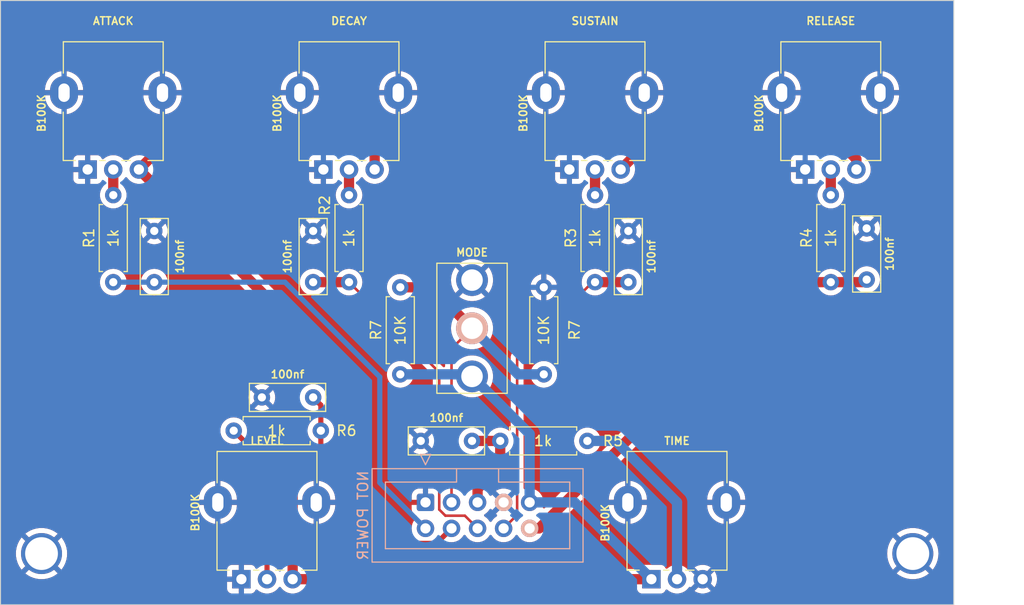
<source format=kicad_pcb>
(kicad_pcb (version 20221018) (generator pcbnew)
  (layers (0 "F.Cu" signal) (31 "B.Cu" signal) (34 "B.Paste" user) (35 "F.Paste" user) (36 "B.SilkS" user "B.Silkscreen") (37 "F.SilkS" user "F.Silkscreen") (38 "B.Mask" user) (39 "F.Mask" user) (44 "Edge.Cuts" user))
  (net 0 "")
  (net 1 "ATK")
  (net 2 "LVL")
  (net 3 "DEC")
  (net 4 "SUS")
  (net 5 "REL")
  (net 6 "GND")
  (net 7 "MODE")
  (net 8 "TIME")
  (net 9 "5V")
  (net 10 "APOT")
  (net 11 "DPOT")
  (net 12 "SPOT")
  (net 13 "RPOT")
  (net 14 "TEAPOT")
  (net 15 "LPOT")
  (footprint "ao_tht:SPDT-toggle-switch-1M-series" (layer "F.Cu") (at 125 55)
    (fp_text reference "MODE" (at 0 -7.4) (layer "F.SilkS") (effects (font (size 0.75 0.75))))
    (fp_text value "SPDT ON-OFF-ON")
    (fp_line (start -3.43 -6.35) (end 3.42 -6.35) (stroke (width 0.12)) (layer "F.SilkS"))
    (fp_line (start -3.43 6.34) (end -3.43 -6.35) (stroke (width 0.12)) (layer "F.SilkS"))
    (fp_line (start 3.42 -6.35) (end 3.42 -6.34) (stroke (width 0.12)) (layer "F.SilkS"))
    (fp_line (start 3.43 -6.35) (end 3.43 6.35) (stroke (width 0.12)) (layer "F.SilkS"))
    (fp_line (start 3.43 6.35) (end -3.43 6.35) (stroke (width 0.12)) (layer "F.SilkS"))
    (pad "1" thru_hole circle (at 0 4.7) (size 3.1 3.1) (drill 2.1) (layers "*.Cu" "*.Mask" "Eco1.User") (net 9 "5V"))
    (pad "2" thru_hole circle (at 0 0) (size 3.1 3.1) (drill 2.1) (layers "*.Cu" "*.Mask" "B.SilkS") (net 7 "MODE"))
    (pad "3" thru_hole circle (at 0 -4.7) (size 3.1 3.1) (drill 2.1) (layers "*.Cu" "*.Mask" "F.Adhes") (net 6 "GND"))
  )
  (footprint "Kosmo_panel:R" (layer "F.Cu") (at 160 50 90)
    (fp_text reference "R4" (at 3.81 -2.37 90) (layer "F.SilkS"))
    (fp_text value "1k" (at 3.81 0 90) (layer "F.SilkS"))
    (fp_line (start 0.54 -1.37) (end 7.08 -1.37) (stroke (width 0.12)) (layer "F.SilkS"))
    (fp_line (start 0.54 -1.04) (end 0.54 -1.37) (stroke (width 0.12)) (layer "F.SilkS"))
    (fp_line (start 0.54 1.04) (end 0.54 1.37) (stroke (width 0.12)) (layer "F.SilkS"))
    (fp_line (start 0.54 1.37) (end 7.08 1.37) (stroke (width 0.12)) (layer "F.SilkS"))
    (fp_line (start 7.08 -1.37) (end 7.08 -1.04) (stroke (width 0.12)) (layer "F.SilkS"))
    (fp_line (start 7.08 1.37) (end 7.08 1.04) (stroke (width 0.12)) (layer "F.SilkS"))
    (pad "1" thru_hole circle (at -0.5 0 90) (size 1.6 1.6) (drill 0.8) (layers "*.Cu" "*.Mask") (net 5 "REL"))
    (pad "2" thru_hole oval (at 8 0 90) (size 1.6 1.6) (drill 0.8) (layers "*.Cu" "*.Mask") (net 13 "RPOT"))
  )
  (footprint "ao_tht:C_Rect_L7.2mm_W2.5mm_P5.00mm_FKS2_FKP2_MKS2_MKP2" (layer "F.Cu") (at 125 66 180)
    (fp_text reference "100nf" (at 2.5 2.25) (layer "F.SilkS") (effects (font (size 0.75 0.75))))
    (fp_text value "C_Rect_L7.2mm_W2.5mm_P5.00mm_FKS2_FKP2_MKS2_MKP2" hide)
    (fp_line (start -1.22 -1.37) (end -1.22 1.37) (stroke (width 0.12)) (layer "F.SilkS"))
    (fp_line (start -1.22 -1.37) (end 6.22 -1.37) (stroke (width 0.12)) (layer "F.SilkS"))
    (fp_line (start -1.22 1.37) (end 6.22 1.37) (stroke (width 0.12)) (layer "F.SilkS"))
    (fp_line (start 6.22 -1.37) (end 6.22 1.37) (stroke (width 0.12)) (layer "F.SilkS"))
    (pad "1" thru_hole circle (at 0 0 180) (size 1.6 1.6) (drill 0.8) (layers "*.Cu" "*.Mask") (net 8 "TIME"))
    (pad "2" thru_hole circle (at 5 0 180) (size 1.6 1.6) (drill 0.8) (layers "*.Cu" "*.Mask") (net 6 "GND"))
  )
  (footprint "KOSMO:Kosmo_Panel_Mounting_Hole" (layer "F.Cu") (at 168 77)
    (fp_text reference "REF**" hide)
    (fp_text value "Kosmo_Panel_Mounting_Hole")
    (pad "1" thru_hole circle (at 0 0) (size 4 4) (drill 3.2) (layers "*.Cu" "*.Mask") (net 6 "GND"))
  )
  (footprint "Kosmo_panel:R" (layer "F.Cu") (at 135.75 66 180)
    (fp_text reference "R5" (at -3 0) (layer "F.SilkS"))
    (fp_text value "1k" (at 3.81 0) (layer "F.SilkS"))
    (fp_line (start 0.54 -1.37) (end 7.08 -1.37) (stroke (width 0.12)) (layer "F.SilkS"))
    (fp_line (start 0.54 -1.04) (end 0.54 -1.37) (stroke (width 0.12)) (layer "F.SilkS"))
    (fp_line (start 0.54 1.04) (end 0.54 1.37) (stroke (width 0.12)) (layer "F.SilkS"))
    (fp_line (start 0.54 1.37) (end 7.08 1.37) (stroke (width 0.12)) (layer "F.SilkS"))
    (fp_line (start 7.08 -1.37) (end 7.08 -1.04) (stroke (width 0.12)) (layer "F.SilkS"))
    (fp_line (start 7.08 1.37) (end 7.08 1.04) (stroke (width 0.12)) (layer "F.SilkS"))
    (pad "1" thru_hole circle (at -0.5 0 180) (size 1.6 1.6) (drill 0.8) (layers "*.Cu" "*.Mask") (net 14 "TEAPOT"))
    (pad "2" thru_hole oval (at 8 0 180) (size 1.6 1.6) (drill 0.8) (layers "*.Cu" "*.Mask") (net 8 "TIME"))
  )
  (footprint "Kosmo_panel:R" (layer "F.Cu") (at 132 59 90)
    (fp_text reference "R7" (at 3.81 3 90) (layer "F.SilkS"))
    (fp_text value "10K" (at 3.81 0 90) (layer "F.SilkS"))
    (fp_line (start 0.54 -1.37) (end 7.08 -1.37) (stroke (width 0.12)) (layer "F.SilkS"))
    (fp_line (start 0.54 -1.04) (end 0.54 -1.37) (stroke (width 0.12)) (layer "F.SilkS"))
    (fp_line (start 0.54 1.04) (end 0.54 1.37) (stroke (width 0.12)) (layer "F.SilkS"))
    (fp_line (start 0.54 1.37) (end 7.08 1.37) (stroke (width 0.12)) (layer "F.SilkS"))
    (fp_line (start 7.08 -1.37) (end 7.08 -1.04) (stroke (width 0.12)) (layer "F.SilkS"))
    (fp_line (start 7.08 1.37) (end 7.08 1.04) (stroke (width 0.12)) (layer "F.SilkS"))
    (pad "1" thru_hole circle (at -0.5 0 90) (size 1.6 1.6) (drill 0.8) (layers "*.Cu" "*.Mask") (net 7 "MODE"))
    (pad "2" thru_hole oval (at 8 0 90) (size 1.6 1.6) (drill 0.8) (layers "*.Cu" "*.Mask") (net 6 "GND"))
  )
  (footprint "ao_tht:Potentiometer_Alpha_RD901F-40-00D_Single_Vertical_centered" (layer "F.Cu") (at 145 72 90)
    (fp_text reference "B100K" (at -2 -7 90) (layer "F.SilkS") (effects (font (size 0.75 0.75))))
    (fp_text value "Potentiometer_Alpha_RD901F-40-00D_Single_Vertical_centered" hide)
    (fp_text user "TIME" (at 6 0 180) (layer "F.SilkS") (effects (font (size 0.75 0.75))))
    (fp_line (start -6.62 -4.88) (end -1.9 -4.88) (stroke (width 0.12)) (layer "F.SilkS"))
    (fp_line (start -6.62 -3.69) (end -6.62 -4.87) (stroke (width 0.12)) (layer "F.SilkS"))
    (fp_line (start -6.62 -0.79) (end -6.62 -1.32) (stroke (width 0.12)) (layer "F.SilkS"))
    (fp_line (start -6.62 1.66) (end -6.62 0.83) (stroke (width 0.12)) (layer "F.SilkS"))
    (fp_line (start -6.62 4.87) (end -6.62 3.38) (stroke (width 0.12)) (layer "F.SilkS"))
    (fp_line (start -6.62 4.87) (end -1.9 4.87) (stroke (width 0.12)) (layer "F.SilkS"))
    (fp_line (start 1.91 -4.87) (end 4.97 -4.87) (stroke (width 0.12)) (layer "F.SilkS"))
    (fp_line (start 1.91 4.87) (end 4.97 4.87) (stroke (width 0.12)) (layer "F.SilkS"))
    (fp_line (start 4.97 4.87) (end 4.97 -4.87) (stroke (width 0.12)) (layer "F.SilkS"))
    (pad "" thru_hole oval (at 0 -4.8 180) (size 2.72 3.24) (drill oval 1.1 1.8) (layers "*.Cu" "*.Mask") (net 6 "GND"))
    (pad "" thru_hole oval (at 0 4.8 180) (size 2.72 3.24) (drill oval 1.1 1.8) (layers "*.Cu" "*.Mask") (net 6 "GND"))
    (pad "1" thru_hole rect (at -7.5 -2.5 180) (size 1.8 1.8) (drill 1) (layers "*.Cu" "*.Mask") (net 9 "5V"))
    (pad "2" thru_hole circle (at -7.5 0 180) (size 1.8 1.8) (drill 1) (layers "*.Cu" "*.Mask") (net 14 "TEAPOT"))
    (pad "3" thru_hole circle (at -7.5 2.5 180) (size 1.8 1.8) (drill 1) (layers "*.Cu" "*.Mask") (net 6 "GND"))
  )
  (footprint "Kosmo_panel:R" (layer "F.Cu") (at 113 50 90)
    (fp_text reference "R2" (at 7 -2.37 90) (layer "F.SilkS"))
    (fp_text value "1k" (at 3.81 0 90) (layer "F.SilkS"))
    (fp_line (start 0.54 -1.37) (end 7.08 -1.37) (stroke (width 0.12)) (layer "F.SilkS"))
    (fp_line (start 0.54 -1.04) (end 0.54 -1.37) (stroke (width 0.12)) (layer "F.SilkS"))
    (fp_line (start 0.54 1.04) (end 0.54 1.37) (stroke (width 0.12)) (layer "F.SilkS"))
    (fp_line (start 0.54 1.37) (end 7.08 1.37) (stroke (width 0.12)) (layer "F.SilkS"))
    (fp_line (start 7.08 -1.37) (end 7.08 -1.04) (stroke (width 0.12)) (layer "F.SilkS"))
    (fp_line (start 7.08 1.37) (end 7.08 1.04) (stroke (width 0.12)) (layer "F.SilkS"))
    (pad "1" thru_hole circle (at -0.5 0 90) (size 1.6 1.6) (drill 0.8) (layers "*.Cu" "*.Mask") (net 3 "DEC"))
    (pad "2" thru_hole oval (at 8 0 90) (size 1.6 1.6) (drill 0.8) (layers "*.Cu" "*.Mask") (net 11 "DPOT"))
  )
  (footprint "Kosmo_panel:R" (layer "F.Cu") (at 118 59 90)
    (fp_text reference "R7" (at 3.81 -2.37 90) (layer "F.SilkS"))
    (fp_text value "10K" (at 3.81 0 90) (layer "F.SilkS"))
    (fp_line (start 0.54 -1.37) (end 7.08 -1.37) (stroke (width 0.12)) (layer "F.SilkS"))
    (fp_line (start 0.54 -1.04) (end 0.54 -1.37) (stroke (width 0.12)) (layer "F.SilkS"))
    (fp_line (start 0.54 1.04) (end 0.54 1.37) (stroke (width 0.12)) (layer "F.SilkS"))
    (fp_line (start 0.54 1.37) (end 7.08 1.37) (stroke (width 0.12)) (layer "F.SilkS"))
    (fp_line (start 7.08 -1.37) (end 7.08 -1.04) (stroke (width 0.12)) (layer "F.SilkS"))
    (fp_line (start 7.08 1.37) (end 7.08 1.04) (stroke (width 0.12)) (layer "F.SilkS"))
    (pad "1" thru_hole circle (at -0.5 0 90) (size 1.6 1.6) (drill 0.8) (layers "*.Cu" "*.Mask") (net 9 "5V"))
    (pad "2" thru_hole oval (at 8 0 90) (size 1.6 1.6) (drill 0.8) (layers "*.Cu" "*.Mask") (net 7 "MODE"))
  )
  (footprint "ao_tht:Potentiometer_Alpha_RD901F-40-00D_Single_Vertical_centered" (layer "F.Cu") (at 160 32 90)
    (fp_text reference "B100K" (at -2 -7 90) (layer "F.SilkS") (effects (font (size 0.75 0.75))))
    (fp_text value "Potentiometer_Alpha_RD901F-40-00D_Single_Vertical_centered" hide)
    (fp_text user "RELEASE" (at 7 0 180) (layer "F.SilkS") (effects (font (size 0.75 0.75))))
    (fp_line (start -6.62 -4.88) (end -1.9 -4.88) (stroke (width 0.12)) (layer "F.SilkS"))
    (fp_line (start -6.62 -3.69) (end -6.62 -4.87) (stroke (width 0.12)) (layer "F.SilkS"))
    (fp_line (start -6.62 -0.79) (end -6.62 -1.32) (stroke (width 0.12)) (layer "F.SilkS"))
    (fp_line (start -6.62 1.66) (end -6.62 0.83) (stroke (width 0.12)) (layer "F.SilkS"))
    (fp_line (start -6.62 4.87) (end -6.62 3.38) (stroke (width 0.12)) (layer "F.SilkS"))
    (fp_line (start -6.62 4.87) (end -1.9 4.87) (stroke (width 0.12)) (layer "F.SilkS"))
    (fp_line (start 1.91 -4.87) (end 4.97 -4.87) (stroke (width 0.12)) (layer "F.SilkS"))
    (fp_line (start 1.91 4.87) (end 4.97 4.87) (stroke (width 0.12)) (layer "F.SilkS"))
    (fp_line (start 4.97 4.87) (end 4.97 -4.87) (stroke (width 0.12)) (layer "F.SilkS"))
    (pad "" thru_hole oval (at 0 -4.8 180) (size 2.72 3.24) (drill oval 1.1 1.8) (layers "*.Cu" "*.Mask") (net 6 "GND"))
    (pad "" thru_hole oval (at 0 4.8 180) (size 2.72 3.24) (drill oval 1.1 1.8) (layers "*.Cu" "*.Mask" "B.Adhes") (net 6 "GND"))
    (pad "1" thru_hole rect (at -7.5 -2.5 180) (size 1.8 1.8) (drill 1) (layers "*.Cu" "*.Mask") (net 6 "GND"))
    (pad "2" thru_hole circle (at -7.5 0 180) (size 1.8 1.8) (drill 1) (layers "*.Cu" "*.Mask") (net 13 "RPOT"))
    (pad "3" thru_hole circle (at -7.5 2.5 180) (size 1.8 1.8) (drill 1) (layers "*.Cu" "*.Mask") (net 9 "5V"))
  )
  (footprint "ao_tht:C_Rect_L7.2mm_W2.5mm_P5.00mm_FKS2_FKP2_MKS2_MKP2" (layer "F.Cu") (at 109.5 61.75 180)
    (fp_text reference "100nf" (at 2.5 2.25) (layer "F.SilkS") (effects (font (size 0.75 0.75))))
    (fp_text value "C_Rect_L7.2mm_W2.5mm_P5.00mm_FKS2_FKP2_MKS2_MKP2" hide)
    (fp_line (start -1.22 -1.37) (end -1.22 1.37) (stroke (width 0.12)) (layer "F.SilkS"))
    (fp_line (start -1.22 -1.37) (end 6.22 -1.37) (stroke (width 0.12)) (layer "F.SilkS"))
    (fp_line (start -1.22 1.37) (end 6.22 1.37) (stroke (width 0.12)) (layer "F.SilkS"))
    (fp_line (start 6.22 -1.37) (end 6.22 1.37) (stroke (width 0.12)) (layer "F.SilkS"))
    (pad "1" thru_hole circle (at 0 0 180) (size 1.6 1.6) (drill 0.8) (layers "*.Cu" "*.Mask") (net 2 "LVL"))
    (pad "2" thru_hole circle (at 5 0 180) (size 1.6 1.6) (drill 0.8) (layers "*.Cu" "*.Mask") (net 6 "GND"))
  )
  (footprint "ao_tht:Potentiometer_Alpha_RD901F-40-00D_Single_Vertical_centered" (layer "F.Cu") (at 105 72 90)
    (fp_text reference "B100K" (at -1 -7 270) (layer "F.SilkS") (effects (font (size 0.75 0.75))))
    (fp_text value "Potentiometer_Alpha_RD901F-40-00D_Single_Vertical_centered" hide)
    (fp_text user "LEVEL" (at 6 0 180) (layer "F.SilkS") (effects (font (size 0.75 0.75))))
    (fp_line (start -6.62 -4.88) (end -1.9 -4.88) (stroke (width 0.12)) (layer "F.SilkS"))
    (fp_line (start -6.62 -3.69) (end -6.62 -4.87) (stroke (width 0.12)) (layer "F.SilkS"))
    (fp_line (start -6.62 -0.79) (end -6.62 -1.32) (stroke (width 0.12)) (layer "F.SilkS"))
    (fp_line (start -6.62 1.66) (end -6.62 0.83) (stroke (width 0.12)) (layer "F.SilkS"))
    (fp_line (start -6.62 4.87) (end -6.62 3.38) (stroke (width 0.12)) (layer "F.SilkS"))
    (fp_line (start -6.62 4.87) (end -1.9 4.87) (stroke (width 0.12)) (layer "F.SilkS"))
    (fp_line (start 1.91 -4.87) (end 4.97 -4.87) (stroke (width 0.12)) (layer "F.SilkS"))
    (fp_line (start 1.91 4.87) (end 4.97 4.87) (stroke (width 0.12)) (layer "F.SilkS"))
    (fp_line (start 4.97 4.87) (end 4.97 -4.87) (stroke (width 0.12)) (layer "F.SilkS"))
    (pad "" thru_hole oval (at 0 -4.8 180) (size 2.72 3.24) (drill oval 1.1 1.8) (layers "*.Cu" "*.Mask") (net 6 "GND"))
    (pad "" thru_hole oval (at 0 4.8 180) (size 2.72 3.24) (drill oval 1.1 1.8) (layers "*.Cu" "*.Mask") (net 6 "GND"))
    (pad "1" thru_hole rect (at -7.5 -2.5 180) (size 1.8 1.8) (drill 1) (layers "*.Cu" "*.Mask") (net 6 "GND"))
    (pad "2" thru_hole circle (at -7.5 0 180) (size 1.8 1.8) (drill 1) (layers "*.Cu" "*.Mask") (net 15 "LPOT"))
    (pad "3" thru_hole circle (at -7.5 2.5 180) (size 1.8 1.8) (drill 1) (layers "*.Cu" "*.Mask") (net 9 "5V"))
  )
  (footprint "ao_tht:Potentiometer_Alpha_RD901F-40-00D_Single_Vertical_centered" (layer "F.Cu") (at 137 32 90)
    (fp_text reference "B100K" (at -2 -7 90) (layer "F.SilkS") (effects (font (size 0.75 0.75))))
    (fp_text value "Potentiometer_Alpha_RD901F-40-00D_Single_Vertical_centered" hide)
    (fp_text user "SUSTAIN" (at 7 0 180) (layer "F.SilkS") (effects (font (size 0.75 0.75))))
    (fp_line (start -6.62 -4.88) (end -1.9 -4.88) (stroke (width 0.12)) (layer "F.SilkS"))
    (fp_line (start -6.62 -3.69) (end -6.62 -4.87) (stroke (width 0.12)) (layer "F.SilkS"))
    (fp_line (start -6.62 -0.79) (end -6.62 -1.32) (stroke (width 0.12)) (layer "F.SilkS"))
    (fp_line (start -6.62 1.66) (end -6.62 0.83) (stroke (width 0.12)) (layer "F.SilkS"))
    (fp_line (start -6.62 4.87) (end -6.62 3.38) (stroke (width 0.12)) (layer "F.SilkS"))
    (fp_line (start -6.62 4.87) (end -1.9 4.87) (stroke (width 0.12)) (layer "F.SilkS"))
    (fp_line (start 1.91 -4.87) (end 4.97 -4.87) (stroke (width 0.12)) (layer "F.SilkS"))
    (fp_line (start 1.91 4.87) (end 4.97 4.87) (stroke (width 0.12)) (layer "F.SilkS"))
    (fp_line (start 4.97 4.87) (end 4.97 -4.87) (stroke (width 0.12)) (layer "F.SilkS"))
    (pad "" thru_hole oval (at 0 -4.8 180) (size 2.72 3.24) (drill oval 1.1 1.8) (layers "*.Cu" "*.Mask") (net 6 "GND"))
    (pad "" thru_hole oval (at 0 4.8 180) (size 2.72 3.24) (drill oval 1.1 1.8) (layers "*.Cu" "*.Mask") (net 6 "GND"))
    (pad "1" thru_hole rect (at -7.5 -2.5 180) (size 1.8 1.8) (drill 1) (layers "*.Cu" "*.Mask") (net 6 "GND"))
    (pad "2" thru_hole circle (at -7.5 0 180) (size 1.8 1.8) (drill 1) (layers "*.Cu" "*.Mask") (net 12 "SPOT"))
    (pad "3" thru_hole circle (at -7.5 2.5 180) (size 1.8 1.8) (drill 1) (layers "*.Cu" "*.Mask") (net 9 "5V"))
  )
  (footprint "ao_tht:C_Rect_L7.2mm_W2.5mm_P5.00mm_FKS2_FKP2_MKS2_MKP2" (layer "F.Cu") (at 163.5 50.25 90)
    (fp_text reference "100nf" (at 2.5 2.25 90) (layer "F.SilkS") (effects (font (size 0.75 0.75))))
    (fp_text value "C_Rect_L7.2mm_W2.5mm_P5.00mm_FKS2_FKP2_MKS2_MKP2" hide)
    (fp_line (start -1.22 -1.37) (end -1.22 1.37) (stroke (width 0.12)) (layer "F.SilkS"))
    (fp_line (start -1.22 -1.37) (end 6.22 -1.37) (stroke (width 0.12)) (layer "F.SilkS"))
    (fp_line (start -1.22 1.37) (end 6.22 1.37) (stroke (width 0.12)) (layer "F.SilkS"))
    (fp_line (start 6.22 -1.37) (end 6.22 1.37) (stroke (width 0.12)) (layer "F.SilkS"))
    (pad "1" thru_hole circle (at 0 0 90) (size 1.6 1.6) (drill 0.8) (layers "*.Cu" "*.Mask") (net 5 "REL"))
    (pad "2" thru_hole circle (at 5 0 90) (size 1.6 1.6) (drill 0.8) (layers "*.Cu" "*.Mask") (net 6 "GND"))
  )
  (footprint "ao_tht:C_Rect_L7.2mm_W2.5mm_P5.00mm_FKS2_FKP2_MKS2_MKP2" (layer "F.Cu") (at 140.25 50.5 90)
    (fp_text reference "100nf" (at 2.5 2.25 90) (layer "F.SilkS") (effects (font (size 0.75 0.75))))
    (fp_text value "C_Rect_L7.2mm_W2.5mm_P5.00mm_FKS2_FKP2_MKS2_MKP2" hide)
    (fp_line (start -1.22 -1.37) (end -1.22 1.37) (stroke (width 0.12)) (layer "F.SilkS"))
    (fp_line (start -1.22 -1.37) (end 6.22 -1.37) (stroke (width 0.12)) (layer "F.SilkS"))
    (fp_line (start -1.22 1.37) (end 6.22 1.37) (stroke (width 0.12)) (layer "F.SilkS"))
    (fp_line (start 6.22 -1.37) (end 6.22 1.37) (stroke (width 0.12)) (layer "F.SilkS"))
    (pad "1" thru_hole circle (at 0 0 90) (size 1.6 1.6) (drill 0.8) (layers "*.Cu" "*.Mask") (net 4 "SUS"))
    (pad "2" thru_hole circle (at 5 0 90) (size 1.6 1.6) (drill 0.8) (layers "*.Cu" "*.Mask") (net 6 "GND"))
  )
  (footprint "ao_tht:C_Rect_L7.2mm_W2.5mm_P5.00mm_FKS2_FKP2_MKS2_MKP2" (layer "F.Cu") (at 94 50.5 90)
    (fp_text reference "100nf" (at 2.5 2.5 90) (layer "F.SilkS") (effects (font (size 0.75 0.75))))
    (fp_text value "C_Rect_L7.2mm_W2.5mm_P5.00mm_FKS2_FKP2_MKS2_MKP2" hide)
    (fp_line (start -1.22 -1.37) (end -1.22 1.37) (stroke (width 0.12)) (layer "F.SilkS"))
    (fp_line (start -1.22 -1.37) (end 6.22 -1.37) (stroke (width 0.12)) (layer "F.SilkS"))
    (fp_line (start -1.22 1.37) (end 6.22 1.37) (stroke (width 0.12)) (layer "F.SilkS"))
    (fp_line (start 6.22 -1.37) (end 6.22 1.37) (stroke (width 0.12)) (layer "F.SilkS"))
    (pad "1" thru_hole circle (at 0 0 90) (size 1.6 1.6) (drill 0.8) (layers "*.Cu" "*.Mask") (net 1 "ATK"))
    (pad "2" thru_hole circle (at 5 0 90) (size 1.6 1.6) (drill 0.8) (layers "*.Cu" "*.Mask") (net 6 "GND"))
  )
  (footprint "Kosmo_panel:R" (layer "F.Cu") (at 90 50 90)
    (fp_text reference "R1" (at 3.81 -2.37 90) (layer "F.SilkS"))
    (fp_text value "1k" (at 3.81 0 90) (layer "F.SilkS"))
    (fp_line (start 0.54 -1.37) (end 7.08 -1.37) (stroke (width 0.12)) (layer "F.SilkS"))
    (fp_line (start 0.54 -1.04) (end 0.54 -1.37) (stroke (width 0.12)) (layer "F.SilkS"))
    (fp_line (start 0.54 1.04) (end 0.54 1.37) (stroke (width 0.12)) (layer "F.SilkS"))
    (fp_line (start 0.54 1.37) (end 7.08 1.37) (stroke (width 0.12)) (layer "F.SilkS"))
    (fp_line (start 7.08 -1.37) (end 7.08 -1.04) (stroke (width 0.12)) (layer "F.SilkS"))
    (fp_line (start 7.08 1.37) (end 7.08 1.04) (stroke (width 0.12)) (layer "F.SilkS"))
    (pad "1" thru_hole circle (at -0.5 0 90) (size 1.6 1.6) (drill 0.8) (layers "*.Cu" "*.Mask") (net 1 "ATK"))
    (pad "2" thru_hole oval (at 8 0 90) (size 1.6 1.6) (drill 0.8) (layers "*.Cu" "*.Mask") (net 10 "APOT"))
  )
  (footprint "Kosmo_panel:R" (layer "F.Cu") (at 109.75 65 180)
    (fp_text reference "R6" (at -3 0) (layer "F.SilkS"))
    (fp_text value "1k" (at 3.81 0) (layer "F.SilkS"))
    (fp_line (start 0.54 -1.37) (end 7.08 -1.37) (stroke (width 0.12)) (layer "F.SilkS"))
    (fp_line (start 0.54 -1.04) (end 0.54 -1.37) (stroke (width 0.12)) (layer "F.SilkS"))
    (fp_line (start 0.54 1.04) (end 0.54 1.37) (stroke (width 0.12)) (layer "F.SilkS"))
    (fp_line (start 0.54 1.37) (end 7.08 1.37) (stroke (width 0.12)) (layer "F.SilkS"))
    (fp_line (start 7.08 -1.37) (end 7.08 -1.04) (stroke (width 0.12)) (layer "F.SilkS"))
    (fp_line (start 7.08 1.37) (end 7.08 1.04) (stroke (width 0.12)) (layer "F.SilkS"))
    (pad "1" thru_hole circle (at -0.5 0 180) (size 1.6 1.6) (drill 0.8) (layers "*.Cu" "*.Mask") (net 2 "LVL"))
    (pad "2" thru_hole oval (at 8 0 180) (size 1.6 1.6) (drill 0.8) (layers "*.Cu" "*.Mask") (net 15 "LPOT"))
  )
  (footprint "ao_tht:Potentiometer_Alpha_RD901F-40-00D_Single_Vertical_centered" (layer "F.Cu") (at 113 32 90)
    (fp_text reference "B100K" (at -2 -7 90) (layer "F.SilkS") (effects (font (size 0.75 0.75))))
    (fp_text value "Potentiometer_Alpha_RD901F-40-00D_Single_Vertical_centered" hide)
    (fp_text user "DECAY" (at 7 0 180) (layer "F.SilkS") (effects (font (size 0.75 0.75))))
    (fp_line (start -6.62 -4.88) (end -1.9 -4.88) (stroke (width 0.12)) (layer "F.SilkS"))
    (fp_line (start -6.62 -3.69) (end -6.62 -4.87) (stroke (width 0.12)) (layer "F.SilkS"))
    (fp_line (start -6.62 -0.79) (end -6.62 -1.32) (stroke (width 0.12)) (layer "F.SilkS"))
    (fp_line (start -6.62 1.66) (end -6.62 0.83) (stroke (width 0.12)) (layer "F.SilkS"))
    (fp_line (start -6.62 4.87) (end -6.62 3.38) (stroke (width 0.12)) (layer "F.SilkS"))
    (fp_line (start -6.62 4.87) (end -1.9 4.87) (stroke (width 0.12)) (layer "F.SilkS"))
    (fp_line (start 1.91 -4.87) (end 4.97 -4.87) (stroke (width 0.12)) (layer "F.SilkS"))
    (fp_line (start 1.91 4.87) (end 4.97 4.87) (stroke (width 0.12)) (layer "F.SilkS"))
    (fp_line (start 4.97 4.87) (end 4.97 -4.87) (stroke (width 0.12)) (layer "F.SilkS"))
    (pad "" thru_hole oval (at 0 -4.8 180) (size 2.72 3.24) (drill oval 1.1 1.8) (layers "*.Cu" "*.Mask") (net 6 "GND"))
    (pad "" thru_hole oval (at 0 4.8 180) (size 2.72 3.24) (drill oval 1.1 1.8) (layers "*.Cu" "*.Mask") (net 6 "GND"))
    (pad "1" thru_hole rect (at -7.5 -2.5 180) (size 1.8 1.8) (drill 1) (layers "*.Cu" "*.Mask") (net 6 "GND"))
    (pad "2" thru_hole circle (at -7.5 0 180) (size 1.8 1.8) (drill 1) (layers "*.Cu" "*.Mask") (net 11 "DPOT"))
    (pad "3" thru_hole circle (at -7.5 2.5 180) (size 1.8 1.8) (drill 1) (layers "*.Cu" "*.Mask") (net 9 "5V"))
  )
  (footprint "ao_tht:Potentiometer_Alpha_RD901F-40-00D_Single_Vertical_centered" (layer "F.Cu") (at 90 32 90)
    (fp_text reference "B100K" (at -2 -7 90) (layer "F.SilkS") (effects (font (size 0.75 0.75))))
    (fp_text value "Potentiometer_Alpha_RD901F-40-00D_Single_Vertical_centered" hide)
    (fp_text user "ATTACK" (at 7 0 180) (layer "F.SilkS") (effects (font (size 0.75 0.75))))
    (fp_line (start -6.62 -4.88) (end -1.9 -4.88) (stroke (width 0.12)) (layer "F.SilkS"))
    (fp_line (start -6.62 -3.69) (end -6.62 -4.87) (stroke (width 0.12)) (layer "F.SilkS"))
    (fp_line (start -6.62 -0.79) (end -6.62 -1.32) (stroke (width 0.12)) (layer "F.SilkS"))
    (fp_line (start -6.62 1.66) (end -6.62 0.83) (stroke (width 0.12)) (layer "F.SilkS"))
    (fp_line (start -6.62 4.87) (end -6.62 3.38) (stroke (width 0.12)) (layer "F.SilkS"))
    (fp_line (start -6.62 4.87) (end -1.9 4.87) (stroke (width 0.12)) (layer "F.SilkS"))
    (fp_line (start 1.91 -4.87) (end 4.97 -4.87) (stroke (width 0.12)) (layer "F.SilkS"))
    (fp_line (start 1.91 4.87) (end 4.97 4.87) (stroke (width 0.12)) (layer "F.SilkS"))
    (fp_line (start 4.97 4.87) (end 4.97 -4.87) (stroke (width 0.12)) (layer "F.SilkS"))
    (pad "" thru_hole oval (at 0 -4.8 180) (size 2.72 3.24) (drill oval 1.1 1.8) (layers "*.Cu" "*.Mask") (net 6 "GND"))
    (pad "" thru_hole oval (at 0 4.8 180) (size 2.72 3.24) (drill oval 1.1 1.8) (layers "*.Cu" "*.Mask") (net 6 "GND"))
    (pad "1" thru_hole rect (at -7.5 -2.5 180) (size 1.8 1.8) (drill 1) (layers "*.Cu" "*.Mask") (net 6 "GND"))
    (pad "2" thru_hole circle (at -7.5 0 180) (size 1.8 1.8) (drill 1) (layers "*.Cu" "*.Mask") (net 10 "APOT"))
    (pad "3" thru_hole circle (at -7.5 2.5 180) (size 1.8 1.8) (drill 1) (layers "*.Cu" "*.Mask") (net 9 "5V"))
  )
  (footprint "Kosmo_panel:R" (layer "F.Cu") (at 137 50 90)
    (fp_text reference "R3" (at 3.81 -2.37 90) (layer "F.SilkS"))
    (fp_text value "1k" (at 3.81 0 90) (layer "F.SilkS"))
    (fp_line (start 0.54 -1.37) (end 7.08 -1.37) (stroke (width 0.12)) (layer "F.SilkS"))
    (fp_line (start 0.54 -1.04) (end 0.54 -1.37) (stroke (width 0.12)) (layer "F.SilkS"))
    (fp_line (start 0.54 1.04) (end 0.54 1.37) (stroke (width 0.12)) (layer "F.SilkS"))
    (fp_line (start 0.54 1.37) (end 7.08 1.37) (stroke (width 0.12)) (layer "F.SilkS"))
    (fp_line (start 7.08 -1.37) (end 7.08 -1.04) (stroke (width 0.12)) (layer "F.SilkS"))
    (fp_line (start 7.08 1.37) (end 7.08 1.04) (stroke (width 0.12)) (layer "F.SilkS"))
    (pad "1" thru_hole circle (at -0.5 0 90) (size 1.6 1.6) (drill 0.8) (layers "*.Cu" "*.Mask") (net 4 "SUS"))
    (pad "2" thru_hole oval (at 8 0 90) (size 1.6 1.6) (drill 0.8) (layers "*.Cu" "*.Mask") (net 12 "SPOT"))
  )
  (footprint "ao_tht:C_Rect_L7.2mm_W2.5mm_P5.00mm_FKS2_FKP2_MKS2_MKP2" (layer "F.Cu") (at 109.5 50.5 90)
    (fp_text reference "100nf" (at 2.5 -2.5 90) (layer "F.SilkS") (effects (font (size 0.75 0.75))))
    (fp_text value "C_Rect_L7.2mm_W2.5mm_P5.00mm_FKS2_FKP2_MKS2_MKP2" hide)
    (fp_line (start -1.22 -1.37) (end -1.22 1.37) (stroke (width 0.12)) (layer "F.SilkS"))
    (fp_line (start -1.22 -1.37) (end 6.22 -1.37) (stroke (width 0.12)) (layer "F.SilkS"))
    (fp_line (start -1.22 1.37) (end 6.22 1.37) (stroke (width 0.12)) (layer "F.SilkS"))
    (fp_line (start 6.22 -1.37) (end 6.22 1.37) (stroke (width 0.12)) (layer "F.SilkS"))
    (pad "1" thru_hole circle (at 0 0 90) (size 1.6 1.6) (drill 0.8) (layers "*.Cu" "*.Mask") (net 3 "DEC"))
    (pad "2" thru_hole circle (at 5 0 90) (size 1.6 1.6) (drill 0.8) (layers "*.Cu" "*.Mask") (net 6 "GND"))
  )
  (footprint "KOSMO:Kosmo_Panel_Mounting_Hole" (layer "F.Cu") (at 83 77)
    (fp_text reference "REF**" hide)
    (fp_text value "Kosmo_Panel_Mounting_Hole" hide)
    (pad "1" thru_hole circle (at 0 0) (size 4 4) (drill 3.2) (layers "*.Cu" "*.Mask") (net 6 "GND"))
  )
  (footprint "Connector_IDC:IDC-Header_2x05_P2.54mm_Vertical" (layer "B.Cu") (at 120.46 72 -90)
    (fp_text reference "NOT POWER" (at 1.27 6.1 90) (layer "B.SilkS") (effects (justify mirror)))
    (fp_text value "IDC-Header_2x05_P2.54mm_Vertical" hide)
    (fp_line (start -4.68 -0.5) (end -3.68 0) (stroke (width 0.12)) (layer "B.SilkS"))
    (fp_line (start -4.68 0.5) (end -4.68 -0.5) (stroke (width 0.12)) (layer "B.SilkS"))
    (fp_line (start -3.68 0) (end -4.68 0.5) (stroke (width 0.12)) (layer "B.SilkS"))
    (fp_line (start -3.29 -15.37) (end -3.29 5.21) (stroke (width 0.12)) (layer "B.SilkS"))
    (fp_line (start -3.29 -3.03) (end -1.98 -3.03) (stroke (width 0.12)) (layer "B.SilkS"))
    (fp_line (start -3.29 5.21) (end 5.83 5.21) (stroke (width 0.12)) (layer "B.SilkS"))
    (fp_line (start -1.98 -14.07) (end -1.98 -7.13) (stroke (width 0.12)) (layer "B.SilkS"))
    (fp_line (start -1.98 -7.13) (end -3.29 -7.13) (stroke (width 0.12)) (layer "B.SilkS"))
    (fp_line (start -1.98 -7.13) (end -1.98 -7.13) (stroke (width 0.12)) (layer "B.SilkS"))
    (fp_line (start -1.98 -3.03) (end -1.98 3.91) (stroke (width 0.12)) (layer "B.SilkS"))
    (fp_line (start -1.98 3.91) (end 4.52 3.91) (stroke (width 0.12)) (layer "B.SilkS"))
    (fp_line (start 4.52 -14.07) (end -1.98 -14.07) (stroke (width 0.12)) (layer "B.SilkS"))
    (fp_line (start 4.52 3.91) (end 4.52 -14.07) (stroke (width 0.12)) (layer "B.SilkS"))
    (fp_line (start 5.83 -15.37) (end -3.29 -15.37) (stroke (width 0.12)) (layer "B.SilkS"))
    (fp_line (start 5.83 5.21) (end 5.83 -15.37) (stroke (width 0.12)) (layer "B.SilkS"))
    (pad "1" thru_hole roundrect (at 0 0 270) (size 1.7 1.7) (drill 1) (layers "*.Cu" "*.Mask") (roundrect_rratio 0.1470588235) (net 6 "GND"))
    (pad "2" thru_hole circle (at 2.54 0 270) (size 1.7 1.7) (drill 1) (layers "*.Cu" "*.Mask") (net 1 "ATK"))
    (pad "3" thru_hole circle (at 0 -2.54 270) (size 1.7 1.7) (drill 1) (layers "*.Cu" "*.Mask") (net 7 "MODE"))
    (pad "4" thru_hole circle (at 2.54 -2.54 270) (size 1.7 1.7) (drill 1) (layers "*.Cu" "*.Mask") (net 2 "LVL"))
    (pad "5" thru_hole circle (at 0 -5.08 270) (size 1.7 1.7) (drill 1) (layers "*.Cu" "*.Mask") (net 8 "TIME"))
    (pad "6" thru_hole circle (at 2.54 -5.08 270) (size 1.7 1.7) (drill 1) (layers "*.Cu" "*.Mask") (net 3 "DEC"))
    (pad "7" thru_hole circle (at 0 -7.62 270) (size 1.7 1.7) (drill 1) (layers "*.Cu" "*.Mask" "B.SilkS" "Eco1.User") (net 6 "GND"))
    (pad "8" thru_hole circle (at 2.54 -7.62 270) (size 1.7 1.7) (drill 1) (layers "*.Cu" "*.Mask") (net 4 "SUS"))
    (pad "9" thru_hole circle (at 0 -10.16 270) (size 1.7 1.7) (drill 1) (layers "*.Cu" "*.Mask") (net 9 "5V"))
    (pad "10" thru_hole circle (at 2.54 -10.16 270) (size 1.7 1.7) (drill 1) (layers "*.Cu" "*.Mask" "B.SilkS") (net 5 "REL"))
  )
  (gr_poly (pts (xy 79 82) (xy 79 23) (xy 172 23) (xy 172 82)) (stroke (width 0.1)) (fill none) (layer "Edge.Cuts"))
  (segment (start 120.46 74.54) (end 116 70.08) (width 0.5) (layer "B.Cu") (net 1))
  (segment (start 116 59.75) (end 106.75 50.5) (width 0.5) (layer "B.Cu") (net 1))
  (segment (start 106.75 50.5) (end 90 50.5) (width 0.5) (layer "B.Cu") (net 1))
  (segment (start 116 70.08) (end 116 59.75) (width 0.5) (layer "B.Cu") (net 1))
  (segment (start 121.54 76) (end 123 74.54) (width 0.5) (layer "F.Cu") (net 2))
  (segment (start 110.25 65) (end 110.25 67.25) (width 0.5) (layer "F.Cu") (net 2))
  (segment (start 110.25 67.25) (end 119 76) (width 0.5) (layer "F.Cu") (net 2))
  (segment (start 119 76) (end 121.54 76) (width 0.5) (layer "F.Cu") (net 2))
  (segment (start 110.25 65) (end 110.25 62.5) (width 0.5) (layer "F.Cu") (net 2))
  (segment (start 110.25 62.5) (end 109.5 61.75) (width 0.5) (layer "F.Cu") (net 2))
  (segment (start 121.8 72.7) (end 121.8 59.3) (width 0.25) (layer "F.Cu") (net 3))
  (segment (start 124.3 73.3) (end 122.4 73.3) (width 0.25) (layer "F.Cu") (net 3))
  (segment (start 122.4 73.3) (end 121.8 72.7) (width 0.25) (layer "F.Cu") (net 3))
  (segment (start 109.5 50.5) (end 113 50.5) (width 1) (layer "F.Cu") (net 3))
  (segment (start 121.8 59.3) (end 113 50.5) (width 0.25) (layer "F.Cu") (net 3))
  (segment (start 125.54 74.54) (end 124.3 73.3) (width 0.25) (layer "F.Cu") (net 3))
  (segment (start 136.75 50.5) (end 137 50.5) (width 0.25) (layer "F.Cu") (net 4))
  (segment (start 129.4 57.85) (end 136.75 50.5) (width 0.25) (layer "F.Cu") (net 4))
  (segment (start 129.4 73.22) (end 129.4 57.85) (width 0.25) (layer "F.Cu") (net 4))
  (segment (start 128.08 74.54) (end 129.4 73.22) (width 0.25) (layer "F.Cu") (net 4))
  (segment (start 140.25 50.5) (end 137 50.5) (width 1) (layer "F.Cu") (net 4))
  (segment (start 155.58 50.5) (end 160 50.5) (width 1) (layer "F.Cu") (net 5))
  (segment (start 131.54 74.54) (end 155.58 50.5) (width 1) (layer "F.Cu") (net 5))
  (segment (start 130.62 74.54) (end 131.54 74.54) (width 1) (layer "F.Cu") (net 5))
  (segment (start 163.25 50.5) (end 163.5 50.25) (width 1) (layer "F.Cu") (net 5))
  (segment (start 160 50.5) (end 163.25 50.5) (width 1) (layer "F.Cu") (net 5))
  (segment (start 125 55) (end 123 57) (width 0.25) (layer "F.Cu") (net 7))
  (segment (start 118 51) (end 121 51) (width 1) (layer "F.Cu") (net 7))
  (segment (start 121 51) (end 125 55) (width 1) (layer "F.Cu") (net 7))
  (segment (start 123 57) (end 123 72) (width 0.25) (layer "F.Cu") (net 7))
  (segment (start 129.5 59.5) (end 125 55) (width 1) (layer "B.Cu") (net 7))
  (segment (start 132 59.5) (end 129.5 59.5) (width 1) (layer "B.Cu") (net 7))
  (segment (start 125.54 72) (end 125.54 70.67) (width 1) (layer "F.Cu") (net 8))
  (segment (start 127.75 68.46) (end 127.75 66) (width 1) (layer "F.Cu") (net 8))
  (segment (start 125.54 70.67) (end 127.75 68.46) (width 1) (layer "F.Cu") (net 8))
  (segment (start 125 66) (end 127.75 66) (width 1) (layer "F.Cu") (net 8))
  (segment (start 160.9 37) (end 161 37) (width 1) (layer "F.Cu") (net 9))
  (segment (start 161 37) (end 162.5 38.5) (width 1) (layer "F.Cu") (net 9))
  (segment (start 107.5 79.5) (end 142.5 79.5) (width 1) (layer "F.Cu") (net 9))
  (segment (start 107.5 54.5) (end 92.5 39.5) (width 1) (layer "F.Cu") (net 9))
  (segment (start 115.5 37) (end 139.5 37) (width 1) (layer "F.Cu") (net 9))
  (segment (start 95 37) (end 115.5 37) (width 1) (layer "F.Cu") (net 9))
  (segment (start 115.5 37) (end 115.5 39.5) (width 1) (layer "F.Cu") (net 9))
  (segment (start 142 37) (end 139.5 39.5) (width 1) (layer "F.Cu") (net 9))
  (segment (start 107.5 79.5) (end 107.5 54.5) (width 1) (layer "F.Cu") (net 9))
  (segment (start 162.5 38.5) (end 162.5 39.5) (width 1) (layer "F.Cu") (net 9))
  (segment (start 160.9 37) (end 142 37) (width 1) (layer "F.Cu") (net 9))
  (segment (start 139.5 37) (end 160.9 37) (width 1) (layer "F.Cu") (net 9))
  (segment (start 92.5 39.5) (end 95 37) (width 1) (layer "F.Cu") (net 9))
  (segment (start 130.62 65.32) (end 125 59.7) (width 1) (layer "B.Cu") (net 9))
  (segment (start 130.62 72) (end 130.62 65.32) (width 1) (layer "B.Cu") (net 9))
  (segment (start 130.62 72) (end 135 72) (width 1) (layer "B.Cu") (net 9))
  (segment (start 124.8 59.5) (end 125 59.7) (width 1) (layer "B.Cu") (net 9))
  (segment (start 135 72) (end 142.5 79.5) (width 1) (layer "B.Cu") (net 9))
  (segment (start 118 59.5) (end 124.8 59.5) (width 1) (layer "B.Cu") (net 9))
  (segment (start 90 42) (end 90 39.5) (width 1) (layer "F.Cu") (net 10))
  (segment (start 113 42) (end 113 39.5) (width 1) (layer "F.Cu") (net 11))
  (segment (start 137 42) (end 137 39.5) (width 1) (layer "F.Cu") (net 12))
  (segment (start 160 42) (end 160 39.5) (width 1) (layer "F.Cu") (net 13))
  (segment (start 139 66) (end 145 72) (width 1) (layer "B.Cu") (net 14))
  (segment (start 145 72) (end 145 79.5) (width 1) (layer "B.Cu") (net 14))
  (segment (start 136.25 66) (end 139 66) (width 1) (layer "B.Cu") (net 14))
  (segment (start 105 68.25) (end 105 79.5) (width 0.5) (layer "F.Cu") (net 15))
  (segment (start 101.75 65) (end 105 68.25) (width 0.5) (layer "F.Cu") (net 15))
  (zone (net 6) (net_name "GND") (layer "F.Cu") (connect_pads (clearance 0.5)) (min_thickness 0.25) (fill yes (thermal_gap 0.5) (thermal_bridge_width 0.5))
    (polygon (pts (xy 79 23) (xy 172 23) (xy 172 82) (xy 79 82)))
  )
  (zone (net 6) (net_name "GND") (layer "B.Cu") (priority 1) (connect_pads (clearance 0.5)) (min_thickness 0.25) (fill yes (thermal_gap 0.5) (thermal_bridge_width 0.5))
    (polygon (pts (xy 79 23) (xy 172 23) (xy 172 82) (xy 79 82)))
  )
)
</source>
